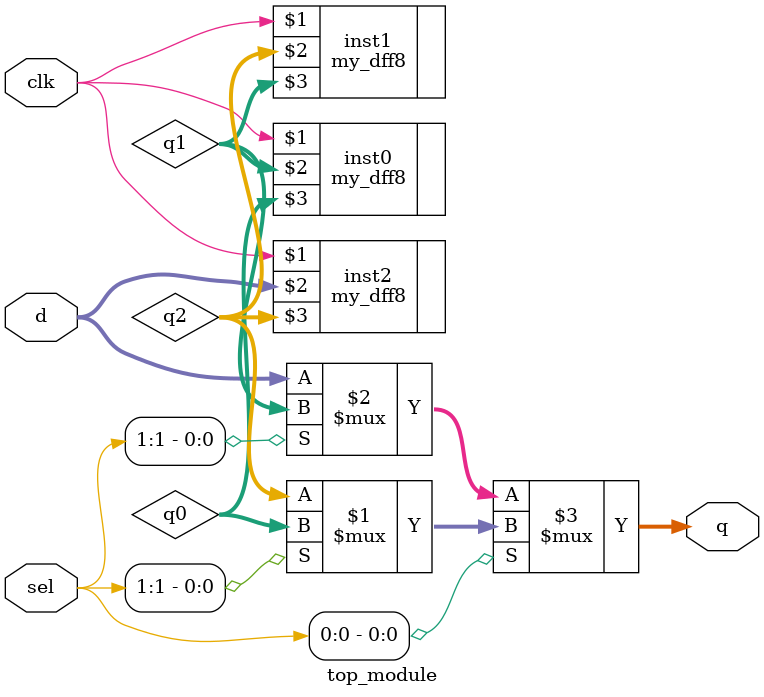
<source format=v>
module top_module (
    input clk,
    input [7:0] d,
    input [1:0] sel,
    output [7:0] q);

    wire [7:0] q2, q1, q0; // internal connections
    my_dff8 inst2 (clk, d,  q2);
    my_dff8 inst1 (clk, q2, q1);
    my_dff8 inst0 (clk, q1, q0);
    //assign q = sel[1] ? (sel[0] ? q0 : q1) : (sel[0] ? q2 : d); // Natural: 3, 2, 1, 0
    assign q = sel[0] ? (sel[1] ? q0 : q2) : (sel[1] ? q1 : d); // Unnatural: 3, 1, 2, 0
endmodule


</source>
